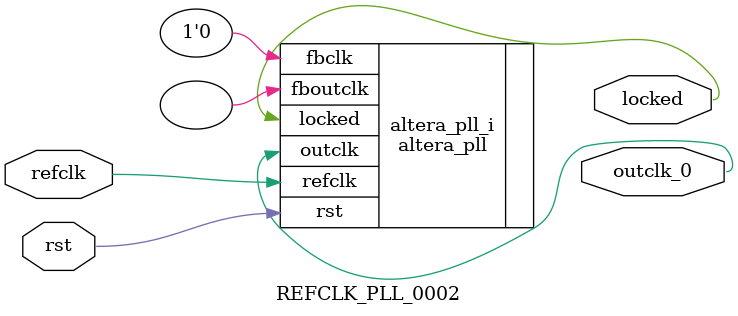
<source format=v>
`timescale 1ns/10ps
module  REFCLK_PLL_0002(

	// interface 'refclk'
	input wire refclk,

	// interface 'reset'
	input wire rst,

	// interface 'outclk0'
	output wire outclk_0,

	// interface 'locked'
	output wire locked
);

	altera_pll #(
		.fractional_vco_multiplier("true"),
		.reference_clock_frequency("50.0 MHz"),
		.operation_mode("direct"),
		.number_of_clocks(1),
		.output_clock_frequency0("120.000000 MHz"),
		.phase_shift0("0 ps"),
		.duty_cycle0(50),
		.output_clock_frequency1("0 MHz"),
		.phase_shift1("0 ps"),
		.duty_cycle1(50),
		.output_clock_frequency2("0 MHz"),
		.phase_shift2("0 ps"),
		.duty_cycle2(50),
		.output_clock_frequency3("0 MHz"),
		.phase_shift3("0 ps"),
		.duty_cycle3(50),
		.output_clock_frequency4("0 MHz"),
		.phase_shift4("0 ps"),
		.duty_cycle4(50),
		.output_clock_frequency5("0 MHz"),
		.phase_shift5("0 ps"),
		.duty_cycle5(50),
		.output_clock_frequency6("0 MHz"),
		.phase_shift6("0 ps"),
		.duty_cycle6(50),
		.output_clock_frequency7("0 MHz"),
		.phase_shift7("0 ps"),
		.duty_cycle7(50),
		.output_clock_frequency8("0 MHz"),
		.phase_shift8("0 ps"),
		.duty_cycle8(50),
		.output_clock_frequency9("0 MHz"),
		.phase_shift9("0 ps"),
		.duty_cycle9(50),
		.output_clock_frequency10("0 MHz"),
		.phase_shift10("0 ps"),
		.duty_cycle10(50),
		.output_clock_frequency11("0 MHz"),
		.phase_shift11("0 ps"),
		.duty_cycle11(50),
		.output_clock_frequency12("0 MHz"),
		.phase_shift12("0 ps"),
		.duty_cycle12(50),
		.output_clock_frequency13("0 MHz"),
		.phase_shift13("0 ps"),
		.duty_cycle13(50),
		.output_clock_frequency14("0 MHz"),
		.phase_shift14("0 ps"),
		.duty_cycle14(50),
		.output_clock_frequency15("0 MHz"),
		.phase_shift15("0 ps"),
		.duty_cycle15(50),
		.output_clock_frequency16("0 MHz"),
		.phase_shift16("0 ps"),
		.duty_cycle16(50),
		.output_clock_frequency17("0 MHz"),
		.phase_shift17("0 ps"),
		.duty_cycle17(50),
		.pll_type("General"),
		.pll_subtype("General")
	) altera_pll_i (
		.rst	(rst),
		.outclk	({outclk_0}),
		.locked	(locked),
		.fboutclk	( ),
		.fbclk	(1'b0),
		.refclk	(refclk)
	);
endmodule


</source>
